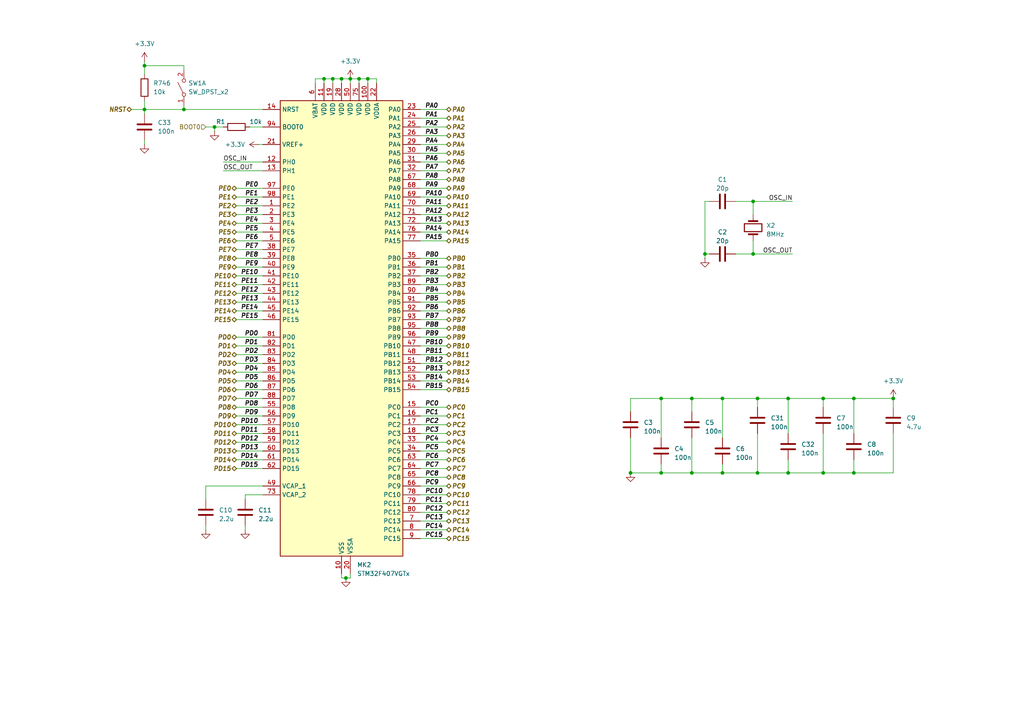
<source format=kicad_sch>
(kicad_sch (version 20250114) (generator "eeschema") (generator_version "9.0")
  (paper "A4")
  (title_block (date "2025-02-17") (company "Филимонов и К") (comment 1 "STM32F407VG") (comment 2 "Филимонов С.В.") (comment 3 "Семеренко Д.А.") (comment 4 "Тищенко Л.А."))
  (lib_symbols
    (symbol "Device:C" (pin_numbers (hide yes)) (pin_names (offset 0.254))
      (property "Reference" "C" (at 0.635 2.54 0))
      (property "Value" "C" (at 0.635 -2.54 0))
      (symbol "C_0_1"
        (polyline (pts (xy -2.032 0.762) (xy 2.032 0.762)) (stroke (width 0.508)))
        (polyline (pts (xy -2.032 -0.762) (xy 2.032 -0.762)) (stroke (width 0.508)))
      )
      (symbol "C_1_1"
        (pin passive line (at 0 3.81 270) (length 2.794) (name "~") (number "1"))
        (pin passive line (at 0 -3.81 90) (length 2.794) (name "~") (number "2"))
      )
    )
    (symbol "Device:Crystal" (pin_numbers (hide yes)) (pin_names (offset 1.016) (hide yes))
      (property "Reference" "Y" (at 0 3.81 0))
      (property "Value" "Crystal" (at 0 -3.81 0))
      (symbol "Crystal_0_1"
        (polyline (pts (xy -2.54 0) (xy -1.905 0)))
        (polyline (pts (xy -1.905 -1.27) (xy -1.905 1.27)) (stroke (width 0.508)))
        (rectangle (start -1.143 2.54) (end 1.143 -2.54) (stroke (width 0.3048)))
        (polyline (pts (xy 1.905 -1.27) (xy 1.905 1.27)) (stroke (width 0.508)))
        (polyline (pts (xy 2.54 0) (xy 1.905 0)))
      )
      (symbol "Crystal_1_1"
        (pin passive line (at -3.81 0 0) (length 1.27) (name "1") (number "1"))
        (pin passive line (at 3.81 0 180) (length 1.27) (name "2") (number "2"))
      )
    )
    (symbol "Device:R" (pin_numbers (hide yes)) (pin_names (offset 0))
      (property "Reference" "R" (at 2.032 0 90))
      (property "Value" "R" (at 0 0 90))
      (symbol "R_0_1"
        (rectangle (start -1.016 -2.54) (end 1.016 2.54) (stroke (width 0.254)))
      )
      (symbol "R_1_1"
        (pin passive line (at 0 3.81 270) (length 1.27) (name "~") (number "1"))
        (pin passive line (at 0 -3.81 90) (length 1.27) (name "~") (number "2"))
      )
    )
    (symbol "MCU_ST_STM32F4:STM32F407VGTx"
      (property "Reference" "U" (at -17.78 67.31 0))
      (property "Value" "STM32F407VGTx" (at 12.7 67.31 0))
      (symbol "STM32F407VGTx_0_1"
        (rectangle (start -17.78 -66.04) (end 17.78 66.04) (stroke (width 0.254)) (fill (type background)))
      )
      (symbol "STM32F407VGTx_1_1"
        (pin input line (at -22.86 63.5 0) (length 5.08) (name "NRST") (number "14"))
        (pin input line (at -22.86 58.42 0) (length 5.08) (name "BOOT0") (number "94"))
        (pin input line (at -22.86 53.34 0) (length 5.08) (name "VREF+") (number "21"))
        (pin bidirectional line (at -22.86 48.26 0) (length 5.08) (name "PH0") (number "12"))
        (pin bidirectional line (at -22.86 45.72 0) (length 5.08) (name "PH1") (number "13"))
        (pin bidirectional line (at -22.86 40.64 0) (length 5.08) (name "PE0") (number "97"))
        (pin bidirectional line (at -22.86 38.1 0) (length 5.08) (name "PE1") (number "98"))
        (pin bidirectional line (at -22.86 35.56 0) (length 5.08) (name "PE2") (number "1"))
        (pin bidirectional line (at -22.86 33.02 0) (length 5.08) (name "PE3") (number "2"))
        (pin bidirectional line (at -22.86 30.48 0) (length 5.08) (name "PE4") (number "3"))
        (pin bidirectional line (at -22.86 27.94 0) (length 5.08) (name "PE5") (number "4"))
        (pin bidirectional line (at -22.86 25.4 0) (length 5.08) (name "PE6") (number "5"))
        (pin bidirectional line (at -22.86 22.86 0) (length 5.08) (name "PE7") (number "38"))
        (pin bidirectional line (at -22.86 20.32 0) (length 5.08) (name "PE8") (number "39"))
        (pin bidirectional line (at -22.86 17.78 0) (length 5.08) (name "PE9") (number "40"))
        (pin bidirectional line (at -22.86 15.24 0) (length 5.08) (name "PE10") (number "41"))
        (pin bidirectional line (at -22.86 12.7 0) (length 5.08) (name "PE11") (number "42"))
        (pin bidirectional line (at -22.86 10.16 0) (length 5.08) (name "PE12") (number "43"))
        (pin bidirectional line (at -22.86 7.62 0) (length 5.08) (name "PE13") (number "44"))
        (pin bidirectional line (at -22.86 5.08 0) (length 5.08) (name "PE14") (number "45"))
        (pin bidirectional line (at -22.86 2.54 0) (length 5.08) (name "PE15") (number "46"))
        (pin bidirectional line (at -22.86 -2.54 0) (length 5.08) (name "PD0") (number "81"))
        (pin bidirectional line (at -22.86 -5.08 0) (length 5.08) (name "PD1") (number "82"))
        (pin bidirectional line (at -22.86 -7.62 0) (length 5.08) (name "PD2") (number "83"))
        (pin bidirectional line (at -22.86 -10.16 0) (length 5.08) (name "PD3") (number "84"))
        (pin bidirectional line (at -22.86 -12.7 0) (length 5.08) (name "PD4") (number "85"))
        (pin bidirectional line (at -22.86 -15.24 0) (length 5.08) (name "PD5") (number "86"))
        (pin bidirectional line (at -22.86 -17.78 0) (length 5.08) (name "PD6") (number "87"))
        (pin bidirectional line (at -22.86 -20.32 0) (length 5.08) (name "PD7") (number "88"))
        (pin bidirectional line (at -22.86 -22.86 0) (length 5.08) (name "PD8") (number "55"))
        (pin bidirectional line (at -22.86 -25.4 0) (length 5.08) (name "PD9") (number "56"))
        (pin bidirectional line (at -22.86 -27.94 0) (length 5.08) (name "PD10") (number "57"))
        (pin bidirectional line (at -22.86 -30.48 0) (length 5.08) (name "PD11") (number "58"))
        (pin bidirectional line (at -22.86 -33.02 0) (length 5.08) (name "PD12") (number "59"))
        (pin bidirectional line (at -22.86 -35.56 0) (length 5.08) (name "PD13") (number "60"))
        (pin bidirectional line (at -22.86 -38.1 0) (length 5.08) (name "PD14") (number "61"))
        (pin bidirectional line (at -22.86 -40.64 0) (length 5.08) (name "PD15") (number "62"))
        (pin power_out line (at -22.86 -45.72 0) (length 5.08) (name "VCAP_1") (number "49"))
        (pin power_out line (at -22.86 -48.26 0) (length 5.08) (name "VCAP_2") (number "73"))
        (pin power_in line (at -7.62 71.12 270) (length 5.08) (name "VBAT") (number "6"))
        (pin power_in line (at -5.08 71.12 270) (length 5.08) (name "VDD") (number "11"))
        (pin power_in line (at -2.54 71.12 270) (length 5.08) (name "VDD") (number "19"))
        (pin power_in line (at 0 71.12 270) (length 5.08) (name "VDD") (number "28"))
        (pin power_in line (at 0 -71.12 90) (length 5.08) (name "VSS") (number "10"))
        (pin passive line (at 0 -71.12 90) (length 5.08) (hide yes) (name "VSS") (number "27"))
        (pin passive line (at 0 -71.12 90) (length 5.08) (hide yes) (name "VSS") (number "74"))
        (pin passive line (at 0 -71.12 90) (length 5.08) (hide yes) (name "VSS") (number "99"))
        (pin power_in line (at 2.54 71.12 270) (length 5.08) (name "VDD") (number "50"))
        (pin power_in line (at 2.54 -71.12 90) (length 5.08) (name "VSSA") (number "20"))
        (pin power_in line (at 5.08 71.12 270) (length 5.08) (name "VDD") (number "75"))
        (pin power_in line (at 7.62 71.12 270) (length 5.08) (name "VDD") (number "100"))
        (pin power_in line (at 10.16 71.12 270) (length 5.08) (name "VDDA") (number "22"))
        (pin bidirectional line (at 22.86 63.5 180) (length 5.08) (name "PA0") (number "23"))
        (pin bidirectional line (at 22.86 60.96 180) (length 5.08) (name "PA1") (number "24"))
        (pin bidirectional line (at 22.86 58.42 180) (length 5.08) (name "PA2") (number "25"))
        (pin bidirectional line (at 22.86 55.88 180) (length 5.08) (name "PA3") (number "26"))
        (pin bidirectional line (at 22.86 53.34 180) (length 5.08) (name "PA4") (number "29"))
        (pin bidirectional line (at 22.86 50.8 180) (length 5.08) (name "PA5") (number "30"))
        (pin bidirectional line (at 22.86 48.26 180) (length 5.08) (name "PA6") (number "31"))
        (pin bidirectional line (at 22.86 45.72 180) (length 5.08) (name "PA7") (number "32"))
        (pin bidirectional line (at 22.86 43.18 180) (length 5.08) (name "PA8") (number "67"))
        (pin bidirectional line (at 22.86 40.64 180) (length 5.08) (name "PA9") (number "68"))
        (pin bidirectional line (at 22.86 38.1 180) (length 5.08) (name "PA10") (number "69"))
        (pin bidirectional line (at 22.86 35.56 180) (length 5.08) (name "PA11") (number "70"))
        (pin bidirectional line (at 22.86 33.02 180) (length 5.08) (name "PA12") (number "71"))
        (pin bidirectional line (at 22.86 30.48 180) (length 5.08) (name "PA13") (number "72"))
        (pin bidirectional line (at 22.86 27.94 180) (length 5.08) (name "PA14") (number "76"))
        (pin bidirectional line (at 22.86 25.4 180) (length 5.08) (name "PA15") (number "77"))
        (pin bidirectional line (at 22.86 20.32 180) (length 5.08) (name "PB0") (number "35"))
        (pin bidirectional line (at 22.86 17.78 180) (length 5.08) (name "PB1") (number "36"))
        (pin bidirectional line (at 22.86 15.24 180) (length 5.08) (name "PB2") (number "37"))
        (pin bidirectional line (at 22.86 12.7 180) (length 5.08) (name "PB3") (number "89"))
        (pin bidirectional line (at 22.86 10.16 180) (length 5.08) (name "PB4") (number "90"))
        (pin bidirectional line (at 22.86 7.62 180) (length 5.08) (name "PB5") (number "91"))
        (pin bidirectional line (at 22.86 5.08 180) (length 5.08) (name "PB6") (number "92"))
        (pin bidirectional line (at 22.86 2.54 180) (length 5.08) (name "PB7") (number "93"))
        (pin bidirectional line (at 22.86 0 180) (length 5.08) (name "PB8") (number "95"))
        (pin bidirectional line (at 22.86 -2.54 180) (length 5.08) (name "PB9") (number "96"))
        (pin bidirectional line (at 22.86 -5.08 180) (length 5.08) (name "PB10") (number "47"))
        (pin bidirectional line (at 22.86 -7.62 180) (length 5.08) (name "PB11") (number "48"))
        (pin bidirectional line (at 22.86 -10.16 180) (length 5.08) (name "PB12") (number "51"))
        (pin bidirectional line (at 22.86 -12.7 180) (length 5.08) (name "PB13") (number "52"))
        (pin bidirectional line (at 22.86 -15.24 180) (length 5.08) (name "PB14") (number "53"))
        (pin bidirectional line (at 22.86 -17.78 180) (length 5.08) (name "PB15") (number "54"))
        (pin bidirectional line (at 22.86 -22.86 180) (length 5.08) (name "PC0") (number "15"))
        (pin bidirectional line (at 22.86 -25.4 180) (length 5.08) (name "PC1") (number "16"))
        (pin bidirectional line (at 22.86 -27.94 180) (length 5.08) (name "PC2") (number "17"))
        (pin bidirectional line (at 22.86 -30.48 180) (length 5.08) (name "PC3") (number "18"))
        (pin bidirectional line (at 22.86 -33.02 180) (length 5.08) (name "PC4") (number "33"))
        (pin bidirectional line (at 22.86 -35.56 180) (length 5.08) (name "PC5") (number "34"))
        (pin bidirectional line (at 22.86 -38.1 180) (length 5.08) (name "PC6") (number "63"))
        (pin bidirectional line (at 22.86 -40.64 180) (length 5.08) (name "PC7") (number "64"))
        (pin bidirectional line (at 22.86 -43.18 180) (length 5.08) (name "PC8") (number "65"))
        (pin bidirectional line (at 22.86 -45.72 180) (length 5.08) (name "PC9") (number "66"))
        (pin bidirectional line (at 22.86 -48.26 180) (length 5.08) (name "PC10") (number "78"))
        (pin bidirectional line (at 22.86 -50.8 180) (length 5.08) (name "PC11") (number "79"))
        (pin bidirectional line (at 22.86 -53.34 180) (length 5.08) (name "PC12") (number "80"))
        (pin bidirectional line (at 22.86 -55.88 180) (length 5.08) (name "PC13") (number "7"))
        (pin bidirectional line (at 22.86 -58.42 180) (length 5.08) (name "PC14") (number "8"))
        (pin bidirectional line (at 22.86 -60.96 180) (length 5.08) (name "PC15") (number "9"))
      )
    )
    (symbol "Switch:SW_DPST_x2" (pin_names (offset 0) (hide yes))
      (property "Reference" "SW" (at 0 3.175 0))
      (property "Value" "SW_DPST_x2" (at 0 -2.54 0))
      (symbol "SW_DPST_x2_0_0"
        (circle (center -2.032 0) (radius 0.508))
        (polyline (pts (xy -1.524 0.254) (xy 1.524 1.778)))
        (circle (center 2.032 0) (radius 0.508))
      )
      (symbol "SW_DPST_x2_1_1"
        (pin passive line (at -5.08 0 0) (length 2.54) (name "A") (number "1"))
        (pin passive line (at 5.08 0 180) (length 2.54) (name "B") (number "2"))
      )
      (symbol "SW_DPST_x2_2_1"
        (pin passive line (at -5.08 0 0) (length 2.54) (name "A") (number "3"))
        (pin passive line (at 5.08 0 180) (length 2.54) (name "B") (number "4"))
      )
    )
    (symbol "power:+3.3V" (power) (pin_numbers (hide yes)) (pin_names (offset 0) (hide yes))
      (property "Value" "+3.3V" (at 0 3.556 0))
      (symbol "+3.3V_0_1"
        (polyline (pts (xy -0.762 1.27) (xy 0 2.54)))
        (polyline (pts (xy 0 2.54) (xy 0.762 1.27)))
        (polyline (pts (xy 0 0) (xy 0 2.54)))
      )
      (symbol "+3.3V_1_1"
        (pin power_in line (at 0 0 90) (length 0) (name "~") (number "1"))
      )
    )
    (symbol "power:GND" (power) (pin_numbers (hide yes)) (pin_names (offset 0) (hide yes))
      (property "Value" "GND" (at 0 -3.81 0))
      (symbol "GND_0_1"
        (polyline (pts (xy 0 0) (xy 0 -1.27) (xy 1.27 -1.27) (xy 0 -2.54) (xy -1.27 -1.27) (xy 0 -1.27)))
      )
      (symbol "GND_1_1"
        (pin power_in line (at 0 0 270) (length 0) (name "~") (number "1"))
      )
    )
  )
  (junction (at 104.14 22.86))
  (junction (at 218.44 73.66))
  (junction (at 93.98 22.86))
  (junction (at 200.66 137.16))
  (junction (at 209.55 115.57))
  (junction (at 204.47 73.66))
  (junction (at 200.66 115.57))
  (junction (at 62.23 36.83))
  (junction (at 96.52 22.86))
  (junction (at 218.44 58.42))
  (junction (at 191.77 137.16))
  (junction (at 99.06 22.86))
  (junction (at 191.77 115.57))
  (junction (at 100.33 167.64))
  (junction (at 247.65 137.16))
  (junction (at 228.6 137.16))
  (junction (at 53.34 31.75))
  (junction (at 247.65 115.57))
  (junction (at 182.88 137.16))
  (junction (at 101.6 22.86))
  (junction (at 238.76 115.57))
  (junction (at 238.76 137.16))
  (junction (at 106.68 22.86))
  (junction (at 259.08 115.57))
  (junction (at 219.71 137.16))
  (junction (at 209.55 137.16))
  (junction (at 219.71 115.57))
  (junction (at 228.6 115.57))
  (junction (at 41.91 31.75))
  (junction (at 41.91 19.05))
  (wire (pts (xy 68.58 57.15) (xy 76.2 57.15)))
  (wire (pts (xy 99.06 22.86) (xy 99.06 24.13)))
  (wire (pts (xy 68.58 67.31) (xy 76.2 67.31)))
  (wire (pts (xy 68.58 62.23) (xy 76.2 62.23)))
  (wire (pts (xy 68.58 118.11) (xy 76.2 118.11)))
  (wire (pts (xy 68.58 102.87) (xy 76.2 102.87)))
  (wire (pts (xy 68.58 115.57) (xy 76.2 115.57)))
  (wire (pts (xy 41.91 19.05) (xy 53.34 19.05)))
  (wire (pts (xy 41.91 31.75) (xy 53.34 31.75)))
  (wire (pts (xy 121.92 128.27) (xy 129.54 128.27)))
  (wire (pts (xy 68.58 64.77) (xy 76.2 64.77)))
  (wire (pts (xy 218.44 58.42) (xy 229.87 58.42)))
  (wire (pts (xy 121.92 113.03) (xy 129.54 113.03)))
  (wire (pts (xy 219.71 125.73) (xy 219.71 137.16)))
  (wire (pts (xy 259.08 125.73) (xy 259.08 137.16)))
  (wire (pts (xy 213.36 58.42) (xy 218.44 58.42)))
  (wire (pts (xy 209.55 115.57) (xy 219.71 115.57)))
  (wire (pts (xy 200.66 115.57) (xy 200.66 119.38)))
  (wire (pts (xy 99.06 22.86) (xy 101.6 22.86)))
  (wire (pts (xy 191.77 137.16) (xy 200.66 137.16)))
  (wire (pts (xy 76.2 143.51) (xy 71.12 143.51)))
  (wire (pts (xy 68.58 77.47) (xy 76.2 77.47)))
  (wire (pts (xy 191.77 134.62) (xy 191.77 137.16)))
  (wire (pts (xy 204.47 74.93) (xy 204.47 73.66)))
  (wire (pts (xy 228.6 125.73) (xy 228.6 115.57)))
  (wire (pts (xy 71.12 143.51) (xy 71.12 144.78)))
  (wire (pts (xy 121.92 105.41) (xy 129.54 105.41)))
  (wire (pts (xy 121.92 92.71) (xy 129.54 92.71)))
  (wire (pts (xy 121.92 82.55) (xy 129.54 82.55)))
  (wire (pts (xy 121.92 85.09) (xy 129.54 85.09)))
  (wire (pts (xy 121.92 130.81) (xy 129.54 130.81)))
  (wire (pts (xy 219.71 137.16) (xy 228.6 137.16)))
  (wire (pts (xy 191.77 115.57) (xy 191.77 127)))
  (wire (pts (xy 200.66 137.16) (xy 209.55 137.16)))
  (wire (pts (xy 121.92 125.73) (xy 129.54 125.73)))
  (wire (pts (xy 68.58 100.33) (xy 76.2 100.33)))
  (wire (pts (xy 53.34 20.32) (xy 53.34 19.05)))
  (wire (pts (xy 59.69 36.83) (xy 62.23 36.83)))
  (wire (pts (xy 121.92 44.45) (xy 129.54 44.45)))
  (wire (pts (xy 247.65 115.57) (xy 259.08 115.57)))
  (wire (pts (xy 68.58 74.93) (xy 76.2 74.93)))
  (wire (pts (xy 68.58 87.63) (xy 76.2 87.63)))
  (wire (pts (xy 121.92 80.01) (xy 129.54 80.01)))
  (wire (pts (xy 121.92 151.13) (xy 129.54 151.13)))
  (wire (pts (xy 41.91 19.05) (xy 41.91 21.59)))
  (wire (pts (xy 68.58 120.65) (xy 76.2 120.65)))
  (wire (pts (xy 121.92 90.17) (xy 129.54 90.17)))
  (wire (pts (xy 101.6 22.86) (xy 104.14 22.86)))
  (wire (pts (xy 68.58 54.61) (xy 76.2 54.61)))
  (wire (pts (xy 121.92 95.25) (xy 129.54 95.25)))
  (wire (pts (xy 121.92 138.43) (xy 129.54 138.43)))
  (wire (pts (xy 109.22 24.13) (xy 109.22 22.86)))
  (wire (pts (xy 121.92 135.89) (xy 129.54 135.89)))
  (wire (pts (xy 200.66 127) (xy 200.66 137.16)))
  (wire (pts (xy 259.08 115.57) (xy 259.08 118.11)))
  (wire (pts (xy 68.58 59.69) (xy 76.2 59.69)))
  (wire (pts (xy 121.92 118.11) (xy 129.54 118.11)))
  (wire (pts (xy 99.06 167.64) (xy 100.33 167.64)))
  (wire (pts (xy 68.58 92.71) (xy 76.2 92.71)))
  (wire (pts (xy 68.58 113.03) (xy 76.2 113.03)))
  (wire (pts (xy 121.92 67.31) (xy 129.54 67.31)))
  (wire (pts (xy 218.44 58.42) (xy 218.44 62.23)))
  (wire (pts (xy 68.58 123.19) (xy 76.2 123.19)))
  (wire (pts (xy 68.58 133.35) (xy 76.2 133.35)))
  (wire (pts (xy 121.92 153.67) (xy 129.54 153.67)))
  (wire (pts (xy 64.77 46.99) (xy 76.2 46.99)))
  (wire (pts (xy 121.92 36.83) (xy 129.54 36.83)))
  (wire (pts (xy 219.71 115.57) (xy 219.71 118.11)))
  (wire (pts (xy 121.92 57.15) (xy 129.54 57.15)))
  (wire (pts (xy 247.65 133.35) (xy 247.65 137.16)))
  (wire (pts (xy 209.55 137.16) (xy 219.71 137.16)))
  (wire (pts (xy 121.92 34.29) (xy 129.54 34.29)))
  (wire (pts (xy 182.88 137.16) (xy 182.88 127)))
  (wire (pts (xy 204.47 73.66) (xy 205.74 73.66)))
  (wire (pts (xy 219.71 115.57) (xy 228.6 115.57)))
  (wire (pts (xy 209.55 115.57) (xy 209.55 127)))
  (wire (pts (xy 68.58 135.89) (xy 76.2 135.89)))
  (wire (pts (xy 68.58 69.85) (xy 76.2 69.85)))
  (wire (pts (xy 121.92 46.99) (xy 129.54 46.99)))
  (wire (pts (xy 68.58 125.73) (xy 76.2 125.73)))
  (wire (pts (xy 238.76 137.16) (xy 247.65 137.16)))
  (wire (pts (xy 101.6 166.37) (xy 101.6 167.64)))
  (wire (pts (xy 191.77 115.57) (xy 200.66 115.57)))
  (wire (pts (xy 68.58 82.55) (xy 76.2 82.55)))
  (wire (pts (xy 182.88 115.57) (xy 182.88 119.38)))
  (wire (pts (xy 121.92 140.97) (xy 129.54 140.97)))
  (wire (pts (xy 91.44 24.13) (xy 91.44 22.86)))
  (wire (pts (xy 109.22 22.86) (xy 106.68 22.86)))
  (wire (pts (xy 68.58 97.79) (xy 76.2 97.79)))
  (wire (pts (xy 121.92 31.75) (xy 129.54 31.75)))
  (wire (pts (xy 228.6 137.16) (xy 238.76 137.16)))
  (wire (pts (xy 71.12 153.67) (xy 71.12 152.4)))
  (wire (pts (xy 99.06 166.37) (xy 99.06 167.64)))
  (wire (pts (xy 121.92 110.49) (xy 129.54 110.49)))
  (wire (pts (xy 247.65 137.16) (xy 259.08 137.16)))
  (wire (pts (xy 93.98 24.13) (xy 93.98 22.86)))
  (wire (pts (xy 104.14 22.86) (xy 104.14 24.13)))
  (wire (pts (xy 68.58 128.27) (xy 76.2 128.27)))
  (wire (pts (xy 204.47 73.66) (xy 204.47 58.42)))
  (wire (pts (xy 91.44 22.86) (xy 93.98 22.86)))
  (wire (pts (xy 228.6 115.57) (xy 238.76 115.57)))
  (wire (pts (xy 41.91 29.21) (xy 41.91 31.75)))
  (wire (pts (xy 121.92 107.95) (xy 129.54 107.95)))
  (wire (pts (xy 228.6 133.35) (xy 228.6 137.16)))
  (wire (pts (xy 68.58 90.17) (xy 76.2 90.17)))
  (wire (pts (xy 68.58 107.95) (xy 76.2 107.95)))
  (wire (pts (xy 72.39 36.83) (xy 76.2 36.83)))
  (wire (pts (xy 121.92 69.85) (xy 129.54 69.85)))
  (wire (pts (xy 74.93 41.91) (xy 76.2 41.91)))
  (wire (pts (xy 100.33 167.64) (xy 101.6 167.64)))
  (wire (pts (xy 121.92 133.35) (xy 129.54 133.35)))
  (wire (pts (xy 121.92 148.59) (xy 129.54 148.59)))
  (wire (pts (xy 68.58 130.81) (xy 76.2 130.81)))
  (wire (pts (xy 121.92 156.21) (xy 129.54 156.21)))
  (wire (pts (xy 53.34 30.48) (xy 53.34 31.75)))
  (wire (pts (xy 238.76 125.73) (xy 238.76 137.16)))
  (wire (pts (xy 121.92 62.23) (xy 129.54 62.23)))
  (wire (pts (xy 121.92 100.33) (xy 129.54 100.33)))
  (wire (pts (xy 121.92 52.07) (xy 129.54 52.07)))
  (wire (pts (xy 200.66 115.57) (xy 209.55 115.57)))
  (wire (pts (xy 68.58 80.01) (xy 76.2 80.01)))
  (wire (pts (xy 106.68 22.86) (xy 106.68 24.13)))
  (wire (pts (xy 121.92 120.65) (xy 129.54 120.65)))
  (wire (pts (xy 96.52 22.86) (xy 96.52 24.13)))
  (wire (pts (xy 104.14 22.86) (xy 106.68 22.86)))
  (wire (pts (xy 121.92 39.37) (xy 129.54 39.37)))
  (wire (pts (xy 218.44 69.85) (xy 218.44 73.66)))
  (wire (pts (xy 121.92 146.05) (xy 129.54 146.05)))
  (wire (pts (xy 121.92 102.87) (xy 129.54 102.87)))
  (wire (pts (xy 191.77 115.57) (xy 182.88 115.57)))
  (wire (pts (xy 121.92 97.79) (xy 129.54 97.79)))
  (wire (pts (xy 218.44 73.66) (xy 229.87 73.66)))
  (wire (pts (xy 68.58 110.49) (xy 76.2 110.49)))
  (wire (pts (xy 62.23 36.83) (xy 62.23 38.1)))
  (wire (pts (xy 53.34 31.75) (xy 76.2 31.75)))
  (wire (pts (xy 59.69 152.4) (xy 59.69 153.67)))
  (wire (pts (xy 121.92 64.77) (xy 129.54 64.77)))
  (wire (pts (xy 121.92 41.91) (xy 129.54 41.91)))
  (wire (pts (xy 68.58 72.39) (xy 76.2 72.39)))
  (wire (pts (xy 76.2 140.97) (xy 59.69 140.97)))
  (wire (pts (xy 64.77 49.53) (xy 76.2 49.53)))
  (wire (pts (xy 209.55 134.62) (xy 209.55 137.16)))
  (wire (pts (xy 121.92 74.93) (xy 129.54 74.93)))
  (wire (pts (xy 247.65 125.73) (xy 247.65 115.57)))
  (wire (pts (xy 238.76 115.57) (xy 247.65 115.57)))
  (wire (pts (xy 121.92 49.53) (xy 129.54 49.53)))
  (wire (pts (xy 204.47 58.42) (xy 205.74 58.42)))
  (wire (pts (xy 121.92 59.69) (xy 129.54 59.69)))
  (wire (pts (xy 213.36 73.66) (xy 218.44 73.66)))
  (wire (pts (xy 93.98 22.86) (xy 96.52 22.86)))
  (wire (pts (xy 121.92 87.63) (xy 129.54 87.63)))
  (wire (pts (xy 41.91 40.64) (xy 41.91 41.91)))
  (wire (pts (xy 121.92 77.47) (xy 129.54 77.47)))
  (wire (pts (xy 191.77 137.16) (xy 182.88 137.16)))
  (wire (pts (xy 101.6 22.86) (xy 101.6 24.13)))
  (wire (pts (xy 68.58 85.09) (xy 76.2 85.09)))
  (wire (pts (xy 121.92 54.61) (xy 129.54 54.61)))
  (wire (pts (xy 62.23 36.83) (xy 64.77 36.83)))
  (wire (pts (xy 121.92 143.51) (xy 129.54 143.51)))
  (wire (pts (xy 68.58 105.41) (xy 76.2 105.41)))
  (wire (pts (xy 59.69 140.97) (xy 59.69 144.78)))
  (wire (pts (xy 41.91 31.75) (xy 41.91 33.02)))
  (wire (pts (xy 121.92 123.19) (xy 129.54 123.19)))
  (wire (pts (xy 38.1 31.75) (xy 41.91 31.75)))
  (wire (pts (xy 96.52 22.86) (xy 99.06 22.86)))
  (wire (pts (xy 238.76 115.57) (xy 238.76 118.11)))
  (wire (pts (xy 41.91 17.78) (xy 41.91 19.05)))
  (label "PC1" (at 123.19 120.65 0) (effects (font (bold yes) (italic yes))))
  (label "PD0" (at 74.93 97.79 180) (effects (font (bold yes) (italic yes))))
  (label "PE0" (at 74.93 54.61 180) (effects (font (bold yes) (italic yes))))
  (label "PB2" (at 123.19 80.01 0) (effects (font (bold yes) (italic yes))))
  (label "PE12" (at 74.93 85.09 180) (effects (font (bold yes) (italic yes))))
  (label "PB15" (at 123.19 113.03 0) (effects (font (bold yes) (italic yes))))
  (label "PA15" (at 123.19 69.85 0) (effects (font (bold yes) (italic yes))))
  (label "PA11" (at 123.19 59.69 0) (effects (font (bold yes) (italic yes))))
  (label "PE4" (at 74.93 64.77 180) (effects (font (bold yes) (italic yes))))
  (label "PB11" (at 123.19 102.87 0) (effects (font (bold yes) (italic yes))))
  (label "PA5" (at 123.19 44.45 0) (effects (font (bold yes) (italic yes))))
  (label "PB7" (at 123.19 92.71 0) (effects (font (bold yes) (italic yes))))
  (label "PE3" (at 74.93 62.23 180) (effects (font (bold yes) (italic yes))))
  (label "PD5" (at 74.93 110.49 180) (effects (font (bold yes) (italic yes))))
  (label "PC9" (at 123.19 140.97 0) (effects (font (bold yes) (italic yes))))
  (label "OSC_IN" (at 229.87 58.42 180))
  (label "PA7" (at 123.19 49.53 0) (effects (font (bold yes) (italic yes))))
  (label "PA2" (at 123.19 36.83 0) (effects (font (bold yes) (italic yes))))
  (label "PE11" (at 74.93 82.55 180) (effects (font (bold yes) (italic yes))))
  (label "PA8" (at 123.19 52.07 0) (effects (font (bold yes) (italic yes))))
  (label "PD8" (at 74.93 118.11 180) (effects (font (bold yes) (italic yes))))
  (label "PB5" (at 123.19 87.63 0) (effects (font (bold yes) (italic yes))))
  (label "PC11" (at 123.19 146.05 0) (effects (font (bold yes) (italic yes))))
  (label "PE9" (at 74.93 77.47 180) (effects (font (bold yes) (italic yes))))
  (label "PC10" (at 123.19 143.51 0) (effects (font (bold yes) (italic yes))))
  (label "PB9" (at 123.19 97.79 0) (effects (font (bold yes) (italic yes))))
  (label "PD9" (at 74.93 120.65 180) (effects (font (bold yes) (italic yes))))
  (label "PE5" (at 74.93 67.31 180) (effects (font (bold yes) (italic yes))))
  (label "PA3" (at 123.19 39.37 0) (effects (font (bold yes) (italic yes))))
  (label "PB4" (at 123.19 85.09 0) (effects (font (bold yes) (italic yes))))
  (label "PD12" (at 74.93 128.27 180) (effects (font (bold yes) (italic yes))))
  (label "PD6" (at 74.93 113.03 180) (effects (font (bold yes) (italic yes))))
  (label "PD14" (at 74.93 133.35 180) (effects (font (bold yes) (italic yes))))
  (label "PD7" (at 74.93 115.57 180) (effects (font (bold yes) (italic yes))))
  (label "OSC_OUT" (at 229.87 73.66 180))
  (label "PE13" (at 74.93 87.63 180) (effects (font (bold yes) (italic yes))))
  (label "PC12" (at 123.19 148.59 0) (effects (font (bold yes) (italic yes))))
  (label "PA6" (at 123.19 46.99 0) (effects (font (bold yes) (italic yes))))
  (label "PB12" (at 123.19 105.41 0) (effects (font (bold yes) (italic yes))))
  (label "PE1" (at 74.93 57.15 180) (effects (font (bold yes) (italic yes))))
  (label "PA10" (at 123.19 57.15 0) (effects (font (bold yes) (italic yes))))
  (label "PC8" (at 123.19 138.43 0) (effects (font (bold yes) (italic yes))))
  (label "PB14" (at 123.19 110.49 0) (effects (font (bold yes) (italic yes))))
  (label "PB3" (at 123.19 82.55 0) (effects (font (bold yes) (italic yes))))
  (label "PE2" (at 74.93 59.69 180) (effects (font (bold yes) (italic yes))))
  (label "PC0" (at 123.19 118.11 0) (effects (font (bold yes) (italic yes))))
  (label "PB13" (at 123.19 107.95 0) (effects (font (bold yes) (italic yes))))
  (label "PD13" (at 74.93 130.81 180) (effects (font (bold yes) (italic yes))))
  (label "PB8" (at 123.19 95.25 0) (effects (font (bold yes) (italic yes))))
  (label "PC7" (at 123.19 135.89 0) (effects (font (bold yes) (italic yes))))
  (label "PC6" (at 123.19 133.35 0) (effects (font (bold yes) (italic yes))))
  (label "PA1" (at 123.19 34.29 0) (effects (font (bold yes) (italic yes))))
  (label "PC2" (at 123.19 123.19 0) (effects (font (bold yes) (italic yes))))
  (label "PD1" (at 74.93 100.33 180) (effects (font (bold yes) (italic yes))))
  (label "PD3" (at 74.93 105.41 180) (effects (font (bold yes) (italic yes))))
  (label "PC5" (at 123.19 130.81 0) (effects (font (bold yes) (italic yes))))
  (label "PD15" (at 74.93 135.89 180) (effects (font (bold yes) (italic yes))))
  (label "PE7" (at 74.93 72.39 180) (effects (font (bold yes) (italic yes))))
  (label "PE14" (at 74.93 90.17 180) (effects (font (bold yes) (italic yes))))
  (label "PA4" (at 123.19 41.91 0) (effects (font (bold yes) (italic yes))))
  (label "PB0" (at 123.19 74.93 0) (effects (font (bold yes) (italic yes))))
  (label "PA12" (at 123.19 62.23 0) (effects (font (bold yes) (italic yes))))
  (label "PA0" (at 123.19 31.75 0) (effects (font (bold yes) (italic yes))))
  (label "PE10" (at 74.93 80.01 180) (effects (font (bold yes) (italic yes))))
  (label "PA14" (at 123.19 67.31 0) (effects (font (bold yes) (italic yes))))
  (label "PA9" (at 123.19 54.61 0) (effects (font (bold yes) (italic yes))))
  (label "PC3" (at 123.19 125.73 0) (effects (font (bold yes) (italic yes))))
  (label "OSC_IN" (at 64.77 46.99 0))
  (label "PC15" (at 123.19 156.21 0) (effects (font (bold yes) (italic yes))))
  (label "PC4" (at 123.19 128.27 0) (effects (font (bold yes) (italic yes))))
  (label "PB10" (at 123.19 100.33 0) (effects (font (bold yes) (italic yes))))
  (label "PD11" (at 74.93 125.73 180) (effects (font (bold yes) (italic yes))))
  (label "PB6" (at 123.19 90.17 0) (effects (font (bold yes) (italic yes))))
  (label "PC13" (at 123.19 151.13 0) (effects (font (bold yes) (italic yes))))
  (label "PD10" (at 74.93 123.19 180) (effects (font (bold yes) (italic yes))))
  (label "PC14" (at 123.19 153.67 0) (effects (font (bold yes) (italic yes))))
  (label "PB1" (at 123.19 77.47 0) (effects (font (bold yes) (italic yes))))
  (label "PE8" (at 74.93 74.93 180) (effects (font (bold yes) (italic yes))))
  (label "OSC_OUT" (at 64.77 49.53 0))
  (label "PD4" (at 74.93 107.95 180) (effects (font (bold yes) (italic yes))))
  (label "PA13" (at 123.19 64.77 0) (effects (font (bold yes) (italic yes))))
  (label "PE6" (at 74.93 69.85 180) (effects (font (bold yes) (italic yes))))
  (label "PE15" (at 74.93 92.71 180) (effects (font (bold yes) (italic yes))))
  (label "PD2" (at 74.93 102.87 180) (effects (font (bold yes) (italic yes))))
  (hierarchical_label "PB3" (shape bidirectional) (at 129.54 82.55 0) (effects (font (thickness 0.254) (bold yes) (italic yes))))
  (hierarchical_label "PA9" (shape bidirectional) (at 129.54 54.61 0) (effects (font (bold yes) (italic yes))))
  (hierarchical_label "PE7" (shape bidirectional) (at 68.58 72.39 180) (effects (font (bold yes) (italic yes))))
  (hierarchical_label "PD1" (shape bidirectional) (at 68.58 100.33 180) (effects (font (bold yes) (italic yes))))
  (hierarchical_label "PC6" (shape bidirectional) (at 129.54 133.35 0) (effects (font (bold yes) (italic yes))))
  (hierarchical_label "PA7" (shape bidirectional) (at 129.54 49.53 0) (effects (font (bold yes) (italic yes))))
  (hierarchical_label "PC15" (shape bidirectional) (at 129.54 156.21 0) (effects (font (bold yes) (italic yes))))
  (hierarchical_label "PD4" (shape bidirectional) (at 68.58 107.95 180) (effects (font (bold yes) (italic yes))))
  (hierarchical_label "PC0" (shape bidirectional) (at 129.54 118.11 0) (effects (font (bold yes) (italic yes))))
  (hierarchical_label "PE12" (shape bidirectional) (at 68.58 85.09 180) (effects (font (bold yes) (italic yes))))
  (hierarchical_label "PB10" (shape bidirectional) (at 129.54 100.33 0) (effects (font (thickness 0.254) (bold yes) (italic yes))))
  (hierarchical_label "PB5" (shape bidirectional) (at 129.54 87.63 0) (effects (font (thickness 0.254) (bold yes) (italic yes))))
  (hierarchical_label "PA5" (shape bidirectional) (at 129.54 44.45 0) (effects (font (bold yes) (italic yes))))
  (hierarchical_label "PD6" (shape bidirectional) (at 68.58 113.03 180) (effects (font (bold yes) (italic yes))))
  (hierarchical_label "PD3" (shape bidirectional) (at 68.58 105.41 180) (effects (font (bold yes) (italic yes))))
  (hierarchical_label "PA13" (shape bidirectional) (at 129.54 64.77 0) (effects (font (bold yes) (italic yes))))
  (hierarchical_label "PA6" (shape bidirectional) (at 129.54 46.99 0) (effects (font (bold yes) (italic yes))))
  (hierarchical_label "PB4" (shape bidirectional) (at 129.54 85.09 0) (effects (font (thickness 0.254) (bold yes) (italic yes))))
  (hierarchical_label "PC2" (shape bidirectional) (at 129.54 123.19 0) (effects (font (bold yes) (italic yes))))
  (hierarchical_label "PA0" (shape bidirectional) (at 129.54 31.75 0) (effects (font (bold yes) (italic yes))))
  (hierarchical_label "PE4" (shape bidirectional) (at 68.58 64.77 180) (effects (font (bold yes) (italic yes))))
  (hierarchical_label "PA11" (shape bidirectional) (at 129.54 59.69 0) (effects (font (bold yes) (italic yes))))
  (hierarchical_label "PE14" (shape bidirectional) (at 68.58 90.17 180) (effects (font (bold yes) (italic yes))))
  (hierarchical_label "PC8" (shape bidirectional) (at 129.54 138.43 0) (effects (font (bold yes) (italic yes))))
  (hierarchical_label "PD13" (shape bidirectional) (at 68.58 130.81 180) (effects (font (bold yes) (italic yes))))
  (hierarchical_label "PC5" (shape bidirectional) (at 129.54 130.81 0) (effects (font (bold yes) (italic yes))))
  (hierarchical_label "PE0" (shape bidirectional) (at 68.58 54.61 180) (effects (font (bold yes) (italic yes))))
  (hierarchical_label "PB8" (shape bidirectional) (at 129.54 95.25 0) (effects (font (thickness 0.254) (bold yes) (italic yes))))
  (hierarchical_label "PA10" (shape bidirectional) (at 129.54 57.15 0) (effects (font (bold yes) (italic yes))))
  (hierarchical_label "PE3" (shape bidirectional) (at 68.58 62.23 180) (effects (font (bold yes) (italic yes))))
  (hierarchical_label "PA14" (shape bidirectional) (at 129.54 67.31 0) (effects (font (bold yes) (italic yes))))
  (hierarchical_label "PE1" (shape bidirectional) (at 68.58 57.15 180) (effects (font (bold yes) (italic yes))))
  (hierarchical_label "PA1" (shape bidirectional) (at 129.54 34.29 0) (effects (font (bold yes) (italic yes))))
  (hierarchical_label "PE8" (shape bidirectional) (at 68.58 74.93 180) (effects (font (bold yes) (italic yes))))
  (hierarchical_label "PC4" (shape bidirectional) (at 129.54 128.27 0) (effects (font (bold yes) (italic yes))))
  (hierarchical_label "PC12" (shape bidirectional) (at 129.54 148.59 0) (effects (font (bold yes) (italic yes))))
  (hierarchical_label "PB14" (shape bidirectional) (at 129.54 110.49 0) (effects (font (thickness 0.254) (bold yes) (italic yes))))
  (hierarchical_label "PC14" (shape bidirectional) (at 129.54 153.67 0) (effects (font (bold yes) (italic yes))))
  (hierarchical_label "PA2" (shape bidirectional) (at 129.54 36.83 0) (effects (font (bold yes) (italic yes))))
  (hierarchical_label "PD0" (shape bidirectional) (at 68.58 97.79 180) (effects (font (bold yes) (italic yes))))
  (hierarchical_label "PE15" (shape bidirectional) (at 68.58 92.71 180) (effects (font (bold yes) (italic yes))))
  (hierarchical_label "PA8" (shape bidirectional) (at 129.54 52.07 0) (effects (font (bold yes) (italic yes))))
  (hierarchical_label "PC3" (shape bidirectional) (at 129.54 125.73 0) (effects (font (bold yes) (italic yes))))
  (hierarchical_label "PC10" (shape bidirectional) (at 129.54 143.51 0) (effects (font (bold yes) (italic yes))))
  (hierarchical_label "PD2" (shape bidirectional) (at 68.58 102.87 180) (effects (font (bold yes) (italic yes))))
  (hierarchical_label "PB13" (shape bidirectional) (at 129.54 107.95 0) (effects (font (thickness 0.254) (bold yes) (italic yes))))
  (hierarchical_label "PB6" (shape bidirectional) (at 129.54 90.17 0) (effects (font (thickness 0.254) (bold yes) (italic yes))))
  (hierarchical_label "PD5" (shape bidirectional) (at 68.58 110.49 180) (effects (font (bold yes) (italic yes))))
  (hierarchical_label "PB1" (shape bidirectional) (at 129.54 77.47 0) (effects (font (thickness 0.254) (bold yes) (italic yes))))
  (hierarchical_label "PD10" (shape bidirectional) (at 68.58 123.19 180) (effects (font (bold yes) (italic yes))))
  (hierarchical_label "PB11" (shape bidirectional) (at 129.54 102.87 0) (effects (font (thickness 0.254) (bold yes) (italic yes))))
  (hierarchical_label "PD8" (shape bidirectional) (at 68.58 118.11 180) (effects (font (bold yes) (italic yes))))
  (hierarchical_label "PC13" (shape bidirectional) (at 129.54 151.13 0) (effects (font (bold yes) (italic yes))))
  (hierarchical_label "PA15" (shape bidirectional) (at 129.54 69.85 0) (effects (font (bold yes) (italic yes))))
  (hierarchical_label "PB12" (shape bidirectional) (at 129.54 105.41 0) (effects (font (thickness 0.254) (bold yes) (italic yes))))
  (hierarchical_label "PD7" (shape bidirectional) (at 68.58 115.57 180) (effects (font (bold yes) (italic yes))))
  (hierarchical_label "PE5" (shape bidirectional) (at 68.58 67.31 180) (effects (font (bold yes) (italic yes))))
  (hierarchical_label "PE10" (shape bidirectional) (at 68.58 80.01 180) (effects (font (bold yes) (italic yes))))
  (hierarchical_label "PC11" (shape bidirectional) (at 129.54 146.05 0) (effects (font (bold yes) (italic yes))))
  (hierarchical_label "PD11" (shape bidirectional) (at 68.58 125.73 180) (effects (font (bold yes) (italic yes))))
  (hierarchical_label "PA12" (shape bidirectional) (at 129.54 62.23 0) (effects (font (bold yes) (italic yes))))
  (hierarchical_label "PC1" (shape bidirectional) (at 129.54 120.65 0) (effects (font (bold yes) (italic yes))))
  (hierarchical_label "PB15" (shape bidirectional) (at 129.54 113.03 0) (effects (font (thickness 0.254) (bold yes) (italic yes))))
  (hierarchical_label "PE11" (shape bidirectional) (at 68.58 82.55 180) (effects (font (bold yes) (italic yes))))
  (hierarchical_label "PA4" (shape bidirectional) (at 129.54 41.91 0) (effects (font (bold yes) (italic yes))))
  (hierarchical_label "PE6" (shape bidirectional) (at 68.58 69.85 180) (effects (font (bold yes) (italic yes))))
  (hierarchical_label "PB2" (shape bidirectional) (at 129.54 80.01 0) (effects (font (thickness 0.254) (bold yes) (italic yes))))
  (hierarchical_label "PB9" (shape bidirectional) (at 129.54 97.79 0) (effects (font (thickness 0.254) (bold yes) (italic yes))))
  (hierarchical_label "PD15" (shape bidirectional) (at 68.58 135.89 180) (effects (font (bold yes) (italic yes))))
  (hierarchical_label "BOOT0" (shape input) (at 59.69 36.83 180))
  (hierarchical_label "PE9" (shape bidirectional) (at 68.58 77.47 180) (effects (font (bold yes) (italic yes))))
  (hierarchical_label "PB7" (shape bidirectional) (at 129.54 92.71 0) (effects (font (thickness 0.254) (bold yes) (italic yes))))
  (hierarchical_label "PA3" (shape bidirectional) (at 129.54 39.37 0) (effects (font (bold yes) (italic yes))))
  (hierarchical_label "PC9" (shape bidirectional) (at 129.54 140.97 0) (effects (font (bold yes) (italic yes))))
  (hierarchical_label "PE13" (shape bidirectional) (at 68.58 87.63 180) (effects (font (bold yes) (italic yes))))
  (hierarchical_label "PE2" (shape bidirectional) (at 68.58 59.69 180) (effects (font (bold yes) (italic yes))))
  (hierarchical_label "PD14" (shape bidirectional) (at 68.58 133.35 180) (effects (font (bold yes) (italic yes))))
  (hierarchical_label "PD12" (shape bidirectional) (at 68.58 128.27 180) (effects (font (bold yes) (italic yes))))
  (hierarchical_label "PB0" (shape bidirectional) (at 129.54 74.93 0) (effects (font (thickness 0.254) (bold yes) (italic yes))))
  (hierarchical_label "PC7" (shape bidirectional) (at 129.54 135.89 0) (effects (font (bold yes) (italic yes))))
  (hierarchical_label "PD9" (shape bidirectional) (at 68.58 120.65 180) (effects (font (bold yes) (italic yes))))
  (hierarchical_label "NRST" (shape bidirectional) (at 38.1 31.75 180) (effects (font (thickness 0.254) (bold yes) (italic yes))))
  (symbol (lib_id "Device:R") (at 68.58 36.83 270) (unit 1)
    (property "Reference" "R1" (at 64.008 35.306 90))
    (property "Value" "10k" (at 74.168 35.306 90))
    (property "Footprint" "Resistor_SMD:R_1206_3216Metric_Pad1.30x1.75mm_HandSolder" (effects (hide yes)))
  )
  (symbol (lib_id "power:GND") (at 62.23 38.1 0) (unit 1)
    (property "Reference" "#PWR033" (effects (hide yes)))
    (property "Value" "GND" (effects (hide yes)))
    (property "Description" "Power symbol creates a global label with name \"GND\" , ground" (effects (hide yes)))
  )
  (symbol (lib_id "Device:C") (at 71.12 148.59 0) (unit 1)
    (property "Reference" "C11" (at 74.93 147.955 0) (effects (justify left)))
    (property "Value" "2.2u" (at 74.93 150.495 0) (effects (justify left)))
    (property "Footprint" "Capacitor_SMD:C_1206_3216Metric_Pad1.33x1.80mm_HandSolder" (effects (hide yes)))
  )
  (symbol (lib_id "power:GND") (at 59.69 153.67 0) (unit 1)
    (property "Reference" "#PWR036" (effects (hide yes)))
    (property "Value" "GND" (effects (hide yes)))
    (property "Description" "Power symbol creates a global label with name \"GND\" , ground" (effects (hide yes)))
  )
  (symbol (lib_id "Switch:SW_DPST_x2") (at 53.34 25.4 90) (unit 1)
    (property "Reference" "SW1" (at 54.61 24.1299 90) (effects (justify right)))
    (property "Value" "SW_DPST_x2" (at 54.61 26.6699 90) (effects (justify right)))
    (property "Footprint" "Button_Switch_SMD:SW_SPST_PTS647_Sx38" (effects (hide yes)))
    (property "Description" "Single Pole Single Throw (SPST) switch, separate symbol" (effects (hide yes)))
  )
  (symbol (lib_id "power:GND") (at 182.88 137.16 0) (unit 1)
    (property "Reference" "#PWR030" (effects (hide yes)))
    (property "Value" "GND" (effects (hide yes)))
    (property "Description" "Power symbol creates a global label with name \"GND\" , ground" (effects (hide yes)))
  )
  (symbol (lib_id "Device:C") (at 219.71 121.92 0) (unit 1)
    (property "Reference" "C31" (at 223.52 121.285 0) (effects (justify left)))
    (property "Value" "100n" (at 223.52 123.825 0) (effects (justify left)))
    (property "Footprint" "Capacitor_SMD:C_1206_3216Metric_Pad1.33x1.80mm_HandSolder" (effects (hide yes)))
  )
  (symbol (lib_id "power:GND") (at 100.33 167.64 0) (unit 1)
    (property "Reference" "#PWR037" (effects (hide yes)))
    (property "Value" "GND" (effects (hide yes)))
    (property "Description" "Power symbol creates a global label with name \"GND\" , ground" (effects (hide yes)))
  )
  (symbol (lib_id "Device:C") (at 247.65 129.54 0) (unit 1)
    (property "Reference" "C8" (at 251.46 128.905 0) (effects (justify left)))
    (property "Value" "100n" (at 251.46 131.445 0) (effects (justify left)))
    (property "Footprint" "Capacitor_SMD:C_1206_3216Metric_Pad1.33x1.80mm_HandSolder" (effects (hide yes)))
  )
  (symbol (lib_id "Device:R") (at 41.91 25.4 180) (unit 1)
    (property "Reference" "R746" (at 44.45 24.1299 0) (effects (justify right)))
    (property "Value" "10k" (at 44.45 26.6699 0) (effects (justify right)))
    (property "Footprint" "Resistor_SMD:R_0805_2012Metric" (effects (hide yes)))
    (property "Description" "Resistor" (effects (hide yes)))
  )
  (symbol (lib_id "Device:Crystal") (at 218.44 66.04 90) (unit 1)
    (property "Reference" "X2" (at 222.25 65.405 90) (effects (justify right)))
    (property "Value" "8MHz" (at 222.25 67.945 90) (effects (justify right)))
    (property "Footprint" "Crystal:Crystal_HC49-U_Vertical" (effects (hide yes)))
  )
  (symbol (lib_id "power:+3.3V") (at 41.91 17.78 0) (unit 1)
    (property "Reference" "#PWR0328" (effects (hide yes)))
    (property "Value" "+3.3V" (at 41.91 12.7 0))
    (property "Description" "Power symbol creates a global label with name \"+3.3V\"" (effects (hide yes)))
  )
  (symbol (lib_id "Device:C") (at 59.69 148.59 0) (unit 1)
    (property "Reference" "C10" (at 63.5 147.955 0) (effects (justify left)))
    (property "Value" "2.2u" (at 63.5 150.495 0) (effects (justify left)))
    (property "Footprint" "Capacitor_SMD:C_1206_3216Metric_Pad1.33x1.80mm_HandSolder" (effects (hide yes)))
  )
  (symbol (lib_id "Device:C") (at 228.6 129.54 0) (unit 1)
    (property "Reference" "C32" (at 232.41 128.905 0) (effects (justify left)))
    (property "Value" "100n" (at 232.41 131.445 0) (effects (justify left)))
    (property "Footprint" "Capacitor_SMD:C_1206_3216Metric_Pad1.33x1.80mm_HandSolder" (effects (hide yes)))
  )
  (symbol (lib_id "power:+3.3V") (at 259.08 115.57 0) (unit 1)
    (property "Reference" "#PWR029" (effects (hide yes)))
    (property "Value" "+3.3V" (at 259.08 110.49 0))
    (property "Description" "Power symbol creates a global label with name \"+3.3V\"" (effects (hide yes)))
  )
  (symbol (lib_id "power:GND") (at 204.47 74.93 0) (unit 1)
    (property "Reference" "#PWR031" (effects (hide yes)))
    (property "Value" "GND" (effects (hide yes)))
    (property "Description" "Power symbol creates a global label with name \"GND\" , ground" (effects (hide yes)))
  )
  (symbol (lib_id "Device:C") (at 182.88 123.19 0) (unit 1)
    (property "Reference" "C3" (at 186.69 122.555 0) (effects (justify left)))
    (property "Value" "100n" (at 186.69 125.095 0) (effects (justify left)))
    (property "Footprint" "Capacitor_SMD:C_1206_3216Metric_Pad1.33x1.80mm_HandSolder" (effects (hide yes)))
  )
  (symbol (lib_id "power:+3.3V") (at 101.6 22.86 0) (unit 1)
    (property "Reference" "#PWR032" (effects (hide yes)))
    (property "Value" "+3.3V" (at 101.6 17.78 0))
    (property "Description" "Power symbol creates a global label with name \"+3.3V\"" (effects (hide yes)))
  )
  (symbol (lib_id "Device:C") (at 238.76 121.92 0) (unit 1)
    (property "Reference" "C7" (at 242.57 121.285 0) (effects (justify left)))
    (property "Value" "100n" (at 242.57 123.825 0) (effects (justify left)))
    (property "Footprint" "Capacitor_SMD:C_1206_3216Metric_Pad1.33x1.80mm_HandSolder" (effects (hide yes)))
  )
  (symbol (lib_id "power:GND") (at 41.91 41.91 0) (unit 1)
    (property "Reference" "#PWR0106" (effects (hide yes)))
    (property "Value" "GND" (effects (hide yes)))
    (property "Description" "Power symbol creates a global label with name \"GND\" , ground" (effects (hide yes)))
  )
  (symbol (lib_id "MCU_ST_STM32F4:STM32F407VGTx") (at 99.06 95.25 0) (unit 1)
    (property "Reference" "U?" (at 103.5559 163.83 0) (effects (justify left)))
    (property "Value" "STM32F407VGTx" (at 103.5559 166.37 0) (effects (justify left)))
    (property "Footprint" "Package_QFP:LQFP-100_14x14mm_P0.5mm" (effects (hide yes)))
    (property "Datasheet" "https://www.st.com/resource/en/datasheet/stm32f407vg.pdf" (effects (hide yes)))
    (instances (project "stm32f4_ILI_RS_SD" (path "" (reference "MK2") (unit 1))) (project "stm32f4_ILI_RS_SD" (path "" (reference "U?") (unit 1))))
  )
  (symbol (lib_id "power:GND") (at 71.12 153.67 0) (unit 1)
    (property "Reference" "#PWR035" (effects (hide yes)))
    (property "Value" "GND" (effects (hide yes)))
    (property "Description" "Power symbol creates a global label with name \"GND\" , ground" (effects (hide yes)))
  )
  (symbol (lib_id "Device:C") (at 200.66 123.19 0) (unit 1)
    (property "Reference" "C5" (at 204.47 122.555 0) (effects (justify left)))
    (property "Value" "100n" (at 204.47 125.095 0) (effects (justify left)))
    (property "Footprint" "Capacitor_SMD:C_1206_3216Metric_Pad1.33x1.80mm_HandSolder" (effects (hide yes)))
  )
  (symbol (lib_id "Device:C") (at 191.77 130.81 0) (unit 1)
    (property "Reference" "C4" (at 195.58 130.175 0) (effects (justify left)))
    (property "Value" "100n" (at 195.58 132.715 0) (effects (justify left)))
    (property "Footprint" "Capacitor_SMD:C_1206_3216Metric_Pad1.33x1.80mm_HandSolder" (effects (hide yes)))
  )
  (symbol (lib_id "Device:C") (at 41.91 36.83 0) (unit 1)
    (property "Reference" "C33" (at 45.72 35.5599 0) (effects (justify left)))
    (property "Value" "100n" (at 45.72 38.0999 0) (effects (justify left)))
    (property "Footprint" "Capacitor_SMD:C_0805_2012Metric" (effects (hide yes)))
    (property "Description" "Unpolarized capacitor" (effects (hide yes)))
  )
  (symbol (lib_id "power:+3.3V") (at 74.93 41.91 90) (unit 1)
    (property "Reference" "#PWR034" (effects (hide yes)))
    (property "Value" "+3.3V" (at 71.12 41.9099 90) (effects (justify left)))
    (property "Description" "Power symbol creates a global label with name \"+3.3V\"" (effects (hide yes)))
  )
  (symbol (lib_id "Device:C") (at 209.55 73.66 90) (unit 1)
    (property "Reference" "C2" (at 209.55 67.31 90))
    (property "Value" "20p" (at 209.55 69.85 90))
    (property "Footprint" "Capacitor_SMD:C_1206_3216Metric_Pad1.33x1.80mm_HandSolder" (effects (hide yes)))
  )
  (symbol (lib_id "Device:C") (at 209.55 130.81 0) (unit 1)
    (property "Reference" "C6" (at 213.36 130.175 0) (effects (justify left)))
    (property "Value" "100n" (at 213.36 132.715 0) (effects (justify left)))
    (property "Footprint" "Capacitor_SMD:C_1206_3216Metric_Pad1.33x1.80mm_HandSolder" (effects (hide yes)))
  )
  (symbol (lib_id "Device:C") (at 209.55 58.42 90) (unit 1)
    (property "Reference" "C1" (at 209.55 52.07 90))
    (property "Value" "20p" (at 209.55 54.61 90))
    (property "Footprint" "Capacitor_SMD:C_1206_3216Metric_Pad1.33x1.80mm_HandSolder" (effects (hide yes)))
  )
  (symbol (lib_id "Device:C") (at 259.08 121.92 0) (unit 1)
    (property "Reference" "C9" (at 262.89 121.285 0) (effects (justify left)))
    (property "Value" "4.7u" (at 262.89 123.825 0) (effects (justify left)))
    (property "Footprint" "Capacitor_SMD:C_1206_3216Metric_Pad1.33x1.80mm_HandSolder" (effects (hide yes)))
  )
)
</source>
